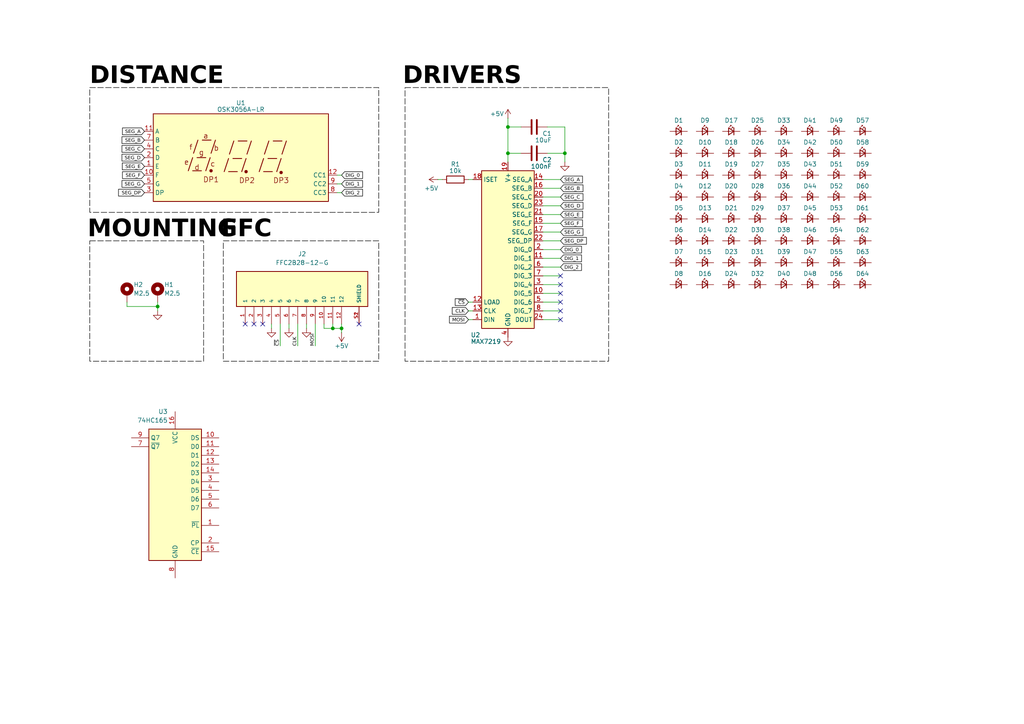
<source format=kicad_sch>
(kicad_sch (version 20250114) (generator "eeschema") (generator_version "9.0")
  (paper "A4")
  (lib_symbols
    (symbol "74xx:74HC165"
      (property "Reference" "U" (at -7.62 19.05 0))
      (property "Value" "74HC165" (at -7.62 -21.59 0))
      (symbol "74HC165_1_0"
        (pin input line (at -12.7 15.24 0) (length 5.08) (name "DS") (number "10"))
        (pin input line (at -12.7 12.7 0) (length 5.08) (name "D0") (number "11"))
        (pin input line (at -12.7 10.16 0) (length 5.08) (name "D1") (number "12"))
        (pin input line (at -12.7 7.62 0) (length 5.08) (name "D2") (number "13"))
        (pin input line (at -12.7 5.08 0) (length 5.08) (name "D3") (number "14"))
        (pin input line (at -12.7 2.54 0) (length 5.08) (name "D4") (number "3"))
        (pin input line (at -12.7 0 0) (length 5.08) (name "D5") (number "4"))
        (pin input line (at -12.7 -2.54 0) (length 5.08) (name "D6") (number "5"))
        (pin input line (at -12.7 -5.08 0) (length 5.08) (name "D7") (number "6"))
        (pin input line (at -12.7 -10.16 0) (length 5.08) (name "~{PL}") (number "1"))
        (pin input line (at -12.7 -15.24 0) (length 5.08) (name "CP") (number "2"))
        (pin input line (at -12.7 -17.78 0) (length 5.08) (name "~{CE}") (number "15"))
        (pin power_in line (at 0 22.86 270) (length 5.08) (name "VCC") (number "16"))
        (pin power_in line (at 0 -25.4 90) (length 5.08) (name "GND") (number "8"))
        (pin output line (at 12.7 15.24 180) (length 5.08) (name "Q7") (number "9"))
        (pin output line (at 12.7 12.7 180) (length 5.08) (name "~{Q7}") (number "7"))
      )
      (symbol "74HC165_1_1"
        (rectangle (start -7.62 17.78) (end 7.62 -20.32) (stroke (width 0.254)) (fill (type background)))
      )
    )
    (symbol "Device:C" (pin_numbers (hide yes)) (pin_names (offset 0.254))
      (property "Reference" "C" (at 0.635 2.54 0))
      (property "Value" "C" (at 0.635 -2.54 0))
      (symbol "C_0_1"
        (polyline (pts (xy -2.032 0.762) (xy 2.032 0.762)) (stroke (width 0.508)))
        (polyline (pts (xy -2.032 -0.762) (xy 2.032 -0.762)) (stroke (width 0.508)))
      )
      (symbol "C_1_1"
        (pin passive line (at 0 3.81 270) (length 2.794) (name "~") (number "1"))
        (pin passive line (at 0 -3.81 90) (length 2.794) (name "~") (number "2"))
      )
    )
    (symbol "Device:LED_Small" (pin_numbers (hide yes)) (pin_names (offset 0.254) (hide yes))
      (property "Reference" "D" (at -1.27 3.175 0))
      (property "Value" "LED_Small" (at -4.445 -2.54 0))
      (symbol "LED_Small_0_1"
        (polyline (pts (xy -0.762 -1.016) (xy -0.762 1.016)) (stroke (width 0.254)))
        (polyline (pts (xy 0 0.762) (xy -0.508 1.27) (xy -0.254 1.27) (xy -0.508 1.27) (xy -0.508 1.016)))
        (polyline (pts (xy 0.508 1.27) (xy 0 1.778) (xy 0.254 1.778) (xy 0 1.778) (xy 0 1.524)))
        (polyline (pts (xy 0.762 -1.016) (xy -0.762 0) (xy 0.762 1.016) (xy 0.762 -1.016)) (stroke (width 0.254)))
        (polyline (pts (xy 1.016 0) (xy -0.762 0)))
      )
      (symbol "LED_Small_1_1"
        (pin passive line (at -2.54 0 0) (length 1.778) (name "K") (number "1"))
        (pin passive line (at 2.54 0 180) (length 1.778) (name "A") (number "2"))
      )
    )
    (symbol "Device:R" (pin_numbers (hide yes)) (pin_names (offset 0))
      (property "Reference" "R" (at 2.032 0 90))
      (property "Value" "R" (at 0 0 90))
      (symbol "R_0_1"
        (rectangle (start -1.016 -2.54) (end 1.016 2.54) (stroke (width 0.254)))
      )
      (symbol "R_1_1"
        (pin passive line (at 0 3.81 270) (length 1.27) (name "~") (number "1"))
        (pin passive line (at 0 -3.81 90) (length 1.27) (name "~") (number "2"))
      )
    )
    (symbol "Driver_LED:MAX7219"
      (property "Reference" "U" (at -6.35 24.13 0))
      (property "Value" "MAX7219" (at 1.27 25.4 0))
      (symbol "MAX7219_0_1"
        (rectangle (start -7.62 22.86) (end 7.62 -22.86) (stroke (width 0.254)) (fill (type background)))
      )
      (symbol "MAX7219_1_1"
        (pin input line (at -10.16 20.32 0) (length 2.54) (name "ISET") (number "18"))
        (pin input line (at -10.16 -15.24 0) (length 2.54) (name "LOAD") (number "12"))
        (pin input line (at -10.16 -17.78 0) (length 2.54) (name "CLK") (number "13"))
        (pin input line (at -10.16 -20.32 0) (length 2.54) (name "DIN") (number "1"))
        (pin power_in line (at 0 25.4 270) (length 2.54) (name "V+") (number "19"))
        (pin power_in line (at 0 -25.4 90) (length 2.54) (name "GND") (number "4"))
        (pin passive line (at 0 -25.4 90) (length 2.54) (hide yes) (name "GND") (number "9"))
        (pin output line (at 10.16 20.32 180) (length 2.54) (name "SEG_A") (number "14"))
        (pin output line (at 10.16 17.78 180) (length 2.54) (name "SEG_B") (number "16"))
        (pin output line (at 10.16 15.24 180) (length 2.54) (name "SEG_C") (number "20"))
        (pin output line (at 10.16 12.7 180) (length 2.54) (name "SEG_D") (number "23"))
        (pin output line (at 10.16 10.16 180) (length 2.54) (name "SEG_E") (number "21"))
        (pin output line (at 10.16 7.62 180) (length 2.54) (name "SEG_F") (number "15"))
        (pin output line (at 10.16 5.08 180) (length 2.54) (name "SEG_G") (number "17"))
        (pin output line (at 10.16 2.54 180) (length 2.54) (name "SEG_DP") (number "22"))
        (pin output line (at 10.16 0 180) (length 2.54) (name "DIG_0") (number "2"))
        (pin output line (at 10.16 -2.54 180) (length 2.54) (name "DIG_1") (number "11"))
        (pin output line (at 10.16 -5.08 180) (length 2.54) (name "DIG_2") (number "6"))
        (pin output line (at 10.16 -7.62 180) (length 2.54) (name "DIG_3") (number "7"))
        (pin output line (at 10.16 -10.16 180) (length 2.54) (name "DIG_4") (number "3"))
        (pin output line (at 10.16 -12.7 180) (length 2.54) (name "DIG_5") (number "10"))
        (pin output line (at 10.16 -15.24 180) (length 2.54) (name "DIG_6") (number "5"))
        (pin output line (at 10.16 -17.78 180) (length 2.54) (name "DIG_7") (number "8"))
        (pin output line (at 10.16 -20.32 180) (length 2.54) (name "DOUT") (number "24"))
      )
    )
    (symbol "GND_1" (power) (pin_numbers (hide yes)) (pin_names (offset 0) (hide yes))
      (property "Value" "GND" (at 0 -3.81 0))
      (symbol "GND_1_0_1"
        (polyline (pts (xy 0 0) (xy 0 -1.27) (xy 1.27 -1.27) (xy 0 -2.54) (xy -1.27 -1.27) (xy 0 -1.27)))
      )
      (symbol "GND_1_1_1"
        (pin power_in line (at 0 0 270) (length 0) (name "~") (number "1"))
      )
    )
    (symbol "Mechanical:MountingHole_Pad" (pin_numbers (hide yes)) (pin_names (offset 1.016) (hide yes)) (exclude_from_sim yes) (in_bom no)
      (property "Reference" "H" (at 0 6.35 0))
      (property "Value" "MountingHole_Pad" (at 0 4.445 0))
      (symbol "MountingHole_Pad_0_1"
        (circle (center 0 1.27) (radius 1.27) (stroke (width 1.27)))
      )
      (symbol "MountingHole_Pad_1_1"
        (pin input line (at 0 -2.54 90) (length 2.54) (name "1") (number "1"))
      )
    )
    (symbol "gps-compass_sch:FFC2B28-12-G" (pin_names (offset 1.016))
      (property "Reference" "J" (at -5.08 18.542 0))
      (property "Value" "FFC2B28-12-G" (at -5.08 -22.86 0))
      (symbol "FFC2B28-12-G_0_0"
        (rectangle (start -5.08 -20.32) (end 5.08 17.78) (stroke (width 0.254)) (fill (type background)))
        (pin passive line (at -10.16 15.24 0) (length 5.08) (name "1") (number "1"))
        (pin passive line (at -10.16 12.7 0) (length 5.08) (name "2") (number "2"))
        (pin passive line (at -10.16 10.16 0) (length 5.08) (name "3") (number "3"))
        (pin passive line (at -10.16 7.62 0) (length 5.08) (name "4") (number "4"))
        (pin passive line (at -10.16 5.08 0) (length 5.08) (name "5") (number "5"))
        (pin passive line (at -10.16 2.54 0) (length 5.08) (name "6") (number "6"))
        (pin passive line (at -10.16 0 0) (length 5.08) (name "7") (number "7"))
        (pin passive line (at -10.16 -2.54 0) (length 5.08) (name "8") (number "8"))
        (pin passive line (at -10.16 -5.08 0) (length 5.08) (name "9") (number "9"))
        (pin passive line (at -10.16 -7.62 0) (length 5.08) (name "10") (number "10"))
        (pin passive line (at -10.16 -10.16 0) (length 5.08) (name "11") (number "11"))
        (pin passive line (at -10.16 -12.7 0) (length 5.08) (name "12") (number "12"))
        (pin passive line (at -10.16 -17.78 0) (length 5.08) (name "SHIELD") (number "S1"))
        (pin passive line (at -10.16 -17.78 0) (length 5.08) (name "SHIELD") (number "S2"))
      )
    )
    (symbol "gps-compass_sch:OSK3056A-LR"
      (property "Reference" "U" (at -24.13 13.97 0))
      (property "Value" "OSK3056A-LR" (at 16.51 13.97 0))
      (symbol "OSK3056A-LR_0_0"
        (rectangle (start -25.4 12.7) (end 25.4 -12.7) (stroke (width 0.254)) (fill (type background)))
        (polyline (pts (xy -15.24 -3.81) (xy -13.97 0)) (stroke (width 0.254)))
        (polyline (pts (xy -13.97 -3.81) (xy -11.43 -3.81)) (stroke (width 0.254)))
        (polyline (pts (xy -13.716 1.27) (xy -12.446 5.08)) (stroke (width 0.254)))
        (polyline (pts (xy -12.7 0) (xy -10.16 0)) (stroke (width 0.254)))
        (polyline (pts (xy -11.176 5.08) (xy -8.636 5.08)) (stroke (width 0.254)))
        (polyline (pts (xy -10.16 -3.81) (xy -8.89 0)) (stroke (width 0.254)))
        (polyline (pts (xy -8.636 1.27) (xy -7.366 5.08)) (stroke (width 0.254)))
        (polyline (pts (xy -4.826 -4.064) (xy -3.556 -0.254)) (stroke (width 0.254)))
        (polyline (pts (xy -3.556 -4.064) (xy -1.016 -4.064)) (stroke (width 0.254)))
        (polyline (pts (xy -3.302 1.016) (xy -2.032 4.826)) (stroke (width 0.254)))
        (polyline (pts (xy -2.286 -0.254) (xy 0.254 -0.254)) (stroke (width 0.254)))
        (polyline (pts (xy -0.762 4.826) (xy 1.778 4.826)) (stroke (width 0.254)))
        (polyline (pts (xy 0.254 -4.064) (xy 1.524 -0.254)) (stroke (width 0.254)))
        (polyline (pts (xy 1.778 1.016) (xy 3.048 4.826)) (stroke (width 0.254)))
        (polyline (pts (xy 5.334 -4.064) (xy 6.604 -0.254)) (stroke (width 0.254)))
        (polyline (pts (xy 6.604 -4.064) (xy 9.144 -4.064)) (stroke (width 0.254)))
        (polyline (pts (xy 6.858 1.016) (xy 8.128 4.826)) (stroke (width 0.254)))
        (polyline (pts (xy 7.874 -0.254) (xy 10.414 -0.254)) (stroke (width 0.254)))
        (polyline (pts (xy 9.398 4.826) (xy 11.938 4.826)) (stroke (width 0.254)))
        (polyline (pts (xy 10.414 -4.064) (xy 11.684 -0.254)) (stroke (width 0.254)))
        (polyline (pts (xy 11.938 1.016) (xy 13.208 4.826)) (stroke (width 0.254)))
        (text "e" (at -15.748 -1.27 0) (effects (font (size 1.524 1.524))))
        (text "f" (at -14.478 3.048 0) (effects (font (size 1.524 1.524))))
        (text "d" (at -12.7 -2.794 0) (effects (font (size 1.524 1.524))))
        (text "g" (at -11.43 1.524 0) (effects (font (size 1.524 1.524))))
        (text "a" (at -10.16 6.35 0) (effects (font (size 1.524 1.524))))
        (text "DP1" (at -8.636 -6.35 0) (effects (font (size 1.524 1.524))))
        (text "c" (at -8.128 -1.778 0) (effects (font (size 1.524 1.524))))
        (text "b" (at -7.112 2.794 0) (effects (font (size 1.524 1.524))))
        (text "DP2" (at 1.778 -6.604 0) (effects (font (size 1.524 1.524))))
        (text "DP3" (at 11.684 -6.604 0) (effects (font (size 1.524 1.524))))
      )
      (symbol "OSK3056A-LR_0_1"
        (circle (center -8.636 -3.81) (radius 0.3556) (stroke (width 0.254)) (fill (type outline)))
        (circle (center 1.524 -4.064) (radius 0.3556) (stroke (width 0.254)) (fill (type outline)))
      )
      (symbol "OSK3056A-LR_1_0"
        (circle (center 11.684 -4.318) (radius 0.3556) (stroke (width 0.254)) (fill (type outline)))
      )
      (symbol "OSK3056A-LR_1_1"
        (pin input line (at -27.94 7.62 0) (length 2.54) (name "A") (number "11"))
        (pin input line (at -27.94 5.08 0) (length 2.54) (name "B") (number "7"))
        (pin input line (at -27.94 2.54 0) (length 2.54) (name "C") (number "4"))
        (pin input line (at -27.94 0 0) (length 2.54) (name "D") (number "2"))
        (pin input line (at -27.94 -2.54 0) (length 2.54) (name "E") (number "1"))
        (pin input line (at -27.94 -5.08 0) (length 2.54) (name "F") (number "10"))
        (pin input line (at -27.94 -7.62 0) (length 2.54) (name "G") (number "5"))
        (pin input line (at -27.94 -10.16 0) (length 2.54) (name "DP") (number "3"))
        (pin input line (at 27.94 -5.08 180) (length 2.54) (name "CC1") (number "12"))
        (pin input line (at 27.94 -7.62 180) (length 2.54) (name "CC2") (number "9"))
        (pin input line (at 27.94 -10.16 180) (length 2.54) (name "CC3") (number "8"))
      )
    )
    (symbol "power:+5V" (power) (pin_numbers (hide yes)) (pin_names (offset 0) (hide yes))
      (property "Value" "+5V" (at 0 3.556 0))
      (symbol "+5V_0_1"
        (polyline (pts (xy -0.762 1.27) (xy 0 2.54)))
        (polyline (pts (xy 0 2.54) (xy 0.762 1.27)))
        (polyline (pts (xy 0 0) (xy 0 2.54)))
      )
      (symbol "+5V_1_1"
        (pin power_in line (at 0 0 90) (length 0) (name "~") (number "1"))
      )
    )
    (symbol "power:GND" (power) (pin_names (offset 0))
      (property "Value" "GND" (at 0 -3.81 0))
      (symbol "GND_0_1"
        (polyline (pts (xy 0 0) (xy 0 -1.27) (xy 1.27 -1.27) (xy 0 -2.54) (xy -1.27 -1.27) (xy 0 -1.27)))
      )
      (symbol "GND_1_1"
        (pin power_in line (at 0 0 270) (length 0) (hide yes) (name "GND") (number "1"))
      )
    )
  )
  (rectangle (start 26.035 69.85) (end 59.055 104.775) (stroke (width 0) (type dash) (color 0 0 0 1)))
  (rectangle (start 64.77 69.85) (end 109.855 104.775) (stroke (width 0) (type dash) (color 0 0 0 1)))
  (rectangle (start 26.035 25.4) (end 109.855 61.595) (stroke (width 0) (type dash) (color 0 0 0 1)))
  (rectangle (start 117.475 25.4) (end 176.53 104.775) (stroke (width 0) (type dash) (color 0 0 0 1)))
  (text "DRIVERS" (at 116.84 23.495 0) (effects (font (size 5 5) (thickness 1.2) (bold yes)) (justify left)))
  (text "MOUNTING" (at 25.4 67.945 0) (effects (font (size 5 5) (thickness 1.2) (bold yes)) (justify left)))
  (text "FFC" (at 64.135 67.945 0) (effects (font (size 5 5) (thickness 1.2) (bold yes)) (justify left)))
  (text "DISTANCE" (at 26.035 23.495 0) (effects (font (size 5 5) (thickness 1.2) (bold yes)) (justify left)))
  (junction (at 147.32 36.83))
  (junction (at 96.52 95.25))
  (junction (at 45.72 88.9))
  (junction (at 163.83 44.45))
  (junction (at 99.06 95.25))
  (junction (at 147.32 44.45))
  (no_connect (at 162.56 87.63))
  (no_connect (at 76.2 93.98))
  (no_connect (at 162.56 85.09))
  (no_connect (at 71.12 93.98))
  (no_connect (at 162.56 82.55))
  (no_connect (at 162.56 80.01))
  (no_connect (at 162.56 92.71))
  (no_connect (at 162.56 90.17))
  (no_connect (at 104.14 93.98))
  (no_connect (at 73.66 93.98))
  (wire (pts (xy 91.44 100.33) (xy 91.44 93.98)))
  (wire (pts (xy 93.98 95.25) (xy 93.98 93.98)))
  (wire (pts (xy 99.06 95.25) (xy 99.06 93.98)))
  (wire (pts (xy 162.56 67.31) (xy 157.48 67.31)))
  (wire (pts (xy 162.56 57.15) (xy 157.48 57.15)))
  (wire (pts (xy 157.48 90.17) (xy 162.56 90.17)))
  (wire (pts (xy 135.89 52.07) (xy 137.16 52.07)))
  (wire (pts (xy 157.48 69.85) (xy 162.56 69.85)))
  (wire (pts (xy 99.06 53.34) (xy 97.79 53.34)))
  (wire (pts (xy 99.06 55.88) (xy 97.79 55.88)))
  (wire (pts (xy 163.83 36.83) (xy 163.83 44.45)))
  (wire (pts (xy 86.36 100.33) (xy 86.36 93.98)))
  (wire (pts (xy 96.52 95.25) (xy 93.98 95.25)))
  (wire (pts (xy 162.56 62.23) (xy 157.48 62.23)))
  (wire (pts (xy 99.06 95.25) (xy 96.52 95.25)))
  (wire (pts (xy 162.56 85.09) (xy 157.48 85.09)))
  (wire (pts (xy 163.83 44.45) (xy 163.83 46.99)))
  (wire (pts (xy 147.32 36.83) (xy 147.32 44.45)))
  (wire (pts (xy 127 52.07) (xy 128.27 52.07)))
  (wire (pts (xy 158.75 36.83) (xy 163.83 36.83)))
  (wire (pts (xy 162.56 64.77) (xy 157.48 64.77)))
  (wire (pts (xy 158.75 44.45) (xy 163.83 44.45)))
  (wire (pts (xy 151.13 44.45) (xy 147.32 44.45)))
  (wire (pts (xy 162.56 54.61) (xy 157.48 54.61)))
  (wire (pts (xy 162.56 74.93) (xy 157.48 74.93)))
  (wire (pts (xy 88.9 93.98) (xy 88.9 95.25)))
  (wire (pts (xy 36.83 88.9) (xy 36.83 87.63)))
  (wire (pts (xy 162.56 82.55) (xy 157.48 82.55)))
  (wire (pts (xy 45.72 88.9) (xy 36.83 88.9)))
  (wire (pts (xy 162.56 52.07) (xy 157.48 52.07)))
  (wire (pts (xy 135.89 90.17) (xy 137.16 90.17)))
  (wire (pts (xy 81.28 100.33) (xy 81.28 93.98)))
  (wire (pts (xy 45.72 90.17) (xy 45.72 88.9)))
  (wire (pts (xy 162.56 59.69) (xy 157.48 59.69)))
  (wire (pts (xy 147.32 34.29) (xy 147.32 36.83)))
  (wire (pts (xy 162.56 80.01) (xy 157.48 80.01)))
  (wire (pts (xy 99.06 96.52) (xy 99.06 95.25)))
  (wire (pts (xy 162.56 72.39) (xy 157.48 72.39)))
  (wire (pts (xy 147.32 36.83) (xy 151.13 36.83)))
  (wire (pts (xy 162.56 87.63) (xy 157.48 87.63)))
  (wire (pts (xy 45.72 88.9) (xy 45.72 87.63)))
  (wire (pts (xy 135.89 87.63) (xy 137.16 87.63)))
  (wire (pts (xy 96.52 95.25) (xy 96.52 93.98)))
  (wire (pts (xy 99.06 50.8) (xy 97.79 50.8)))
  (wire (pts (xy 135.89 92.71) (xy 137.16 92.71)))
  (wire (pts (xy 147.32 44.45) (xy 147.32 46.99)))
  (wire (pts (xy 83.82 93.98) (xy 83.82 95.25)))
  (wire (pts (xy 162.56 77.47) (xy 157.48 77.47)))
  (wire (pts (xy 157.48 92.71) (xy 162.56 92.71)))
  (wire (pts (xy 78.74 93.98) (xy 78.74 95.25)))
  (label "~{CS}" (at 81.28 100.33 90) (effects (font (size 1 1))))
  (label "MOSI" (at 91.44 100.33 90) (effects (font (size 1 1))))
  (label "CLK" (at 86.36 100.33 90) (effects (font (size 1 1))))
  (global_label "DIG_2" (shape input) (at 99.06 55.88 0) (effects (font (size 1 1))) (property "Intersheetrefs" "${INTERSHEET_REFS}" (effects (hide yes))))
  (global_label "SEG_DP" (shape input) (at 162.56 69.85 0) (effects (font (size 1 1))) (property "Intersheetrefs" "${INTERSHEET_REFS}" (effects (hide yes))))
  (global_label "MOSI" (shape input) (at 135.89 92.71 180) (effects (font (size 1 1))) (property "Intersheetrefs" "${INTERSHEET_REFS}" (effects (hide yes))))
  (global_label "SEG_E" (shape input) (at 41.91 48.26 180) (effects (font (size 1 1))) (property "Intersheetrefs" "${INTERSHEET_REFS}" (effects (hide yes))))
  (global_label "SEG_A" (shape input) (at 41.91 38.1 180) (effects (font (size 1 1))) (property "Intersheetrefs" "${INTERSHEET_REFS}" (effects (hide yes))))
  (global_label "SEG_E" (shape input) (at 162.56 62.23 0) (effects (font (size 1 1))) (property "Intersheetrefs" "${INTERSHEET_REFS}" (effects (hide yes))))
  (global_label "SEG_G" (shape input) (at 162.56 67.31 0) (effects (font (size 1 1))) (property "Intersheetrefs" "${INTERSHEET_REFS}" (effects (hide yes))))
  (global_label "SEG_DP" (shape input) (at 41.91 55.88 180) (effects (font (size 1 1))) (property "Intersheetrefs" "${INTERSHEET_REFS}" (effects (hide yes))))
  (global_label "DIG_0" (shape input) (at 99.06 50.8 0) (effects (font (size 1 1))) (property "Intersheetrefs" "${INTERSHEET_REFS}" (effects (hide yes))))
  (global_label "SEG_G" (shape input) (at 41.91 53.34 180) (effects (font (size 1 1))) (property "Intersheetrefs" "${INTERSHEET_REFS}" (effects (hide yes))))
  (global_label "SEG_B" (shape input) (at 41.91 40.64 180) (effects (font (size 1 1))) (property "Intersheetrefs" "${INTERSHEET_REFS}" (effects (hide yes))))
  (global_label "DIG_0" (shape input) (at 162.56 72.39 0) (effects (font (size 1 1))) (property "Intersheetrefs" "${INTERSHEET_REFS}" (effects (hide yes))))
  (global_label "DIG_1" (shape input) (at 162.56 74.93 0) (effects (font (size 1 1))) (property "Intersheetrefs" "${INTERSHEET_REFS}" (effects (hide yes))))
  (global_label "SEG_D" (shape input) (at 41.91 45.72 180) (effects (font (size 1 1))) (property "Intersheetrefs" "${INTERSHEET_REFS}" (effects (hide yes))))
  (global_label "SEG_C" (shape input) (at 41.91 43.18 180) (effects (font (size 1 1))) (property "Intersheetrefs" "${INTERSHEET_REFS}" (effects (hide yes))))
  (global_label "SEG_F" (shape input) (at 162.56 64.77 0) (effects (font (size 1 1))) (property "Intersheetrefs" "${INTERSHEET_REFS}" (effects (hide yes))))
  (global_label "~{CS}" (shape input) (at 135.89 87.63 180) (effects (font (size 1 1))) (property "Intersheetrefs" "${INTERSHEET_REFS}" (effects (hide yes))))
  (global_label "SEG_D" (shape input) (at 162.56 59.69 0) (effects (font (size 1 1))) (property "Intersheetrefs" "${INTERSHEET_REFS}" (effects (hide yes))))
  (global_label "DIG_2" (shape input) (at 162.56 77.47 0) (effects (font (size 1 1))) (property "Intersheetrefs" "${INTERSHEET_REFS}" (effects (hide yes))))
  (global_label "SEG_F" (shape input) (at 41.91 50.8 180) (effects (font (size 1 1))) (property "Intersheetrefs" "${INTERSHEET_REFS}" (effects (hide yes))))
  (global_label "CLK" (shape input) (at 135.89 90.17 180) (effects (font (size 1 1))) (property "Intersheetrefs" "${INTERSHEET_REFS}" (effects (hide yes))))
  (global_label "DIG_1" (shape input) (at 99.06 53.34 0) (effects (font (size 1 1))) (property "Intersheetrefs" "${INTERSHEET_REFS}" (effects (hide yes))))
  (global_label "SEG_B" (shape input) (at 162.56 54.61 0) (effects (font (size 1 1))) (property "Intersheetrefs" "${INTERSHEET_REFS}" (effects (hide yes))))
  (global_label "SEG_A" (shape input) (at 162.56 52.07 0) (effects (font (size 1 1))) (property "Intersheetrefs" "${INTERSHEET_REFS}" (effects (hide yes))))
  (global_label "SEG_C" (shape input) (at 162.56 57.15 0) (effects (font (size 1 1))) (property "Intersheetrefs" "${INTERSHEET_REFS}" (effects (hide yes))))
  (symbol (lib_id "Device:LED_Small") (at 234.95 57.15 0) (mirror y) (unit 1)
    (property "Reference" "D44" (at 234.95 53.975 0))
    (property "Value" "LED_Small" (effects (hide yes)))
    (property "Footprint" "LED_SMD:LED_0603_1608Metric" (effects (hide yes)))
    (property "Description" "Light emitting diode, small symbol" (effects (hide yes)))
    (property "Sim.Pin" "1=K 2=A" (effects (hide yes)))
  )
  (symbol (lib_id "Device:LED_Small") (at 234.95 38.1 0) (mirror y) (unit 1)
    (property "Reference" "D41" (at 234.95 34.925 0))
    (property "Value" "LED_Small" (effects (hide yes)))
    (property "Footprint" "LED_SMD:LED_0603_1608Metric" (effects (hide yes)))
    (property "Description" "Light emitting diode, small symbol" (effects (hide yes)))
    (property "Sim.Pin" "1=K 2=A" (effects (hide yes)))
  )
  (symbol (lib_id "Device:LED_Small") (at 250.19 44.45 0) (mirror y) (unit 1)
    (property "Reference" "D58" (at 250.19 41.275 0))
    (property "Value" "LED_Small" (effects (hide yes)))
    (property "Footprint" "LED_SMD:LED_0603_1608Metric" (effects (hide yes)))
    (property "Description" "Light emitting diode, small symbol" (effects (hide yes)))
    (property "Sim.Pin" "1=K 2=A" (effects (hide yes)))
  )
  (symbol (lib_name "GND_1") (lib_id "power:GND") (at 163.83 46.99 0) (unit 1)
    (property "Reference" "#PWR07" (effects (hide yes)))
    (property "Value" "GND" (effects (hide yes)))
    (property "Description" "Power symbol creates a global label with name \"GND\" , ground" (effects (hide yes)))
  )
  (symbol (lib_id "Device:LED_Small") (at 196.85 69.85 0) (mirror y) (unit 1)
    (property "Reference" "D6" (at 196.85 66.675 0))
    (property "Value" "LED_Small" (effects (hide yes)))
    (property "Footprint" "LED_SMD:LED_0603_1608Metric" (effects (hide yes)))
    (property "Description" "Light emitting diode, small symbol" (effects (hide yes)))
    (property "Sim.Pin" "1=K 2=A" (effects (hide yes)))
  )
  (symbol (lib_id "Device:LED_Small") (at 250.19 69.85 0) (mirror y) (unit 1)
    (property "Reference" "D62" (at 250.19 66.675 0))
    (property "Value" "LED_Small" (effects (hide yes)))
    (property "Footprint" "LED_SMD:LED_0603_1608Metric" (effects (hide yes)))
    (property "Description" "Light emitting diode, small symbol" (effects (hide yes)))
    (property "Sim.Pin" "1=K 2=A" (effects (hide yes)))
  )
  (symbol (lib_id "Device:LED_Small") (at 204.47 82.55 0) (mirror y) (unit 1)
    (property "Reference" "D16" (at 204.47 79.375 0))
    (property "Value" "LED_Small" (effects (hide yes)))
    (property "Footprint" "LED_SMD:LED_0603_1608Metric" (effects (hide yes)))
    (property "Description" "Light emitting diode, small symbol" (effects (hide yes)))
    (property "Sim.Pin" "1=K 2=A" (effects (hide yes)))
  )
  (symbol (lib_id "Device:LED_Small") (at 227.33 38.1 0) (mirror y) (unit 1)
    (property "Reference" "D33" (at 227.33 34.925 0))
    (property "Value" "LED_Small" (effects (hide yes)))
    (property "Footprint" "LED_SMD:LED_0603_1608Metric" (effects (hide yes)))
    (property "Description" "Light emitting diode, small symbol" (effects (hide yes)))
    (property "Sim.Pin" "1=K 2=A" (effects (hide yes)))
  )
  (symbol (lib_id "Device:R") (at 132.08 52.07 90) (unit 1)
    (property "Reference" "R1" (at 132.08 47.625 90))
    (property "Value" "10k" (at 132.08 49.53 90))
    (property "Footprint" "Resistor_SMD:R_0805_2012Metric" (effects (hide yes)))
    (property "Description" "Resistor" (effects (hide yes)))
  )
  (symbol (lib_id "Device:LED_Small") (at 242.57 44.45 0) (mirror y) (unit 1)
    (property "Reference" "D50" (at 242.57 41.275 0))
    (property "Value" "LED_Small" (effects (hide yes)))
    (property "Footprint" "LED_SMD:LED_0603_1608Metric" (effects (hide yes)))
    (property "Description" "Light emitting diode, small symbol" (effects (hide yes)))
    (property "Sim.Pin" "1=K 2=A" (effects (hide yes)))
  )
  (symbol (lib_id "Device:LED_Small") (at 234.95 63.5 0) (mirror y) (unit 1)
    (property "Reference" "D45" (at 234.95 60.325 0))
    (property "Value" "LED_Small" (effects (hide yes)))
    (property "Footprint" "LED_SMD:LED_0603_1608Metric" (effects (hide yes)))
    (property "Description" "Light emitting diode, small symbol" (effects (hide yes)))
    (property "Sim.Pin" "1=K 2=A" (effects (hide yes)))
  )
  (symbol (lib_id "Device:LED_Small") (at 234.95 50.8 0) (mirror y) (unit 1)
    (property "Reference" "D43" (at 234.95 47.625 0))
    (property "Value" "LED_Small" (effects (hide yes)))
    (property "Footprint" "LED_SMD:LED_0603_1608Metric" (effects (hide yes)))
    (property "Description" "Light emitting diode, small symbol" (effects (hide yes)))
    (property "Sim.Pin" "1=K 2=A" (effects (hide yes)))
  )
  (symbol (lib_id "power:GND") (at 45.72 90.17 0) (unit 1)
    (property "Reference" "#PWR01" (effects (hide yes)))
    (property "Value" "GND" (effects (hide yes)))
  )
  (symbol (lib_id "Device:LED_Small") (at 242.57 82.55 0) (mirror y) (unit 1)
    (property "Reference" "D56" (at 242.57 79.375 0))
    (property "Value" "LED_Small" (effects (hide yes)))
    (property "Footprint" "LED_SMD:LED_0603_1608Metric" (effects (hide yes)))
    (property "Description" "Light emitting diode, small symbol" (effects (hide yes)))
    (property "Sim.Pin" "1=K 2=A" (effects (hide yes)))
  )
  (symbol (lib_id "Device:LED_Small") (at 227.33 76.2 0) (mirror y) (unit 1)
    (property "Reference" "D39" (at 227.33 73.025 0))
    (property "Value" "LED_Small" (effects (hide yes)))
    (property "Footprint" "LED_SMD:LED_0603_1608Metric" (effects (hide yes)))
    (property "Description" "Light emitting diode, small symbol" (effects (hide yes)))
    (property "Sim.Pin" "1=K 2=A" (effects (hide yes)))
  )
  (symbol (lib_id "Device:LED_Small") (at 212.09 69.85 0) (mirror y) (unit 1)
    (property "Reference" "D22" (at 212.09 66.675 0))
    (property "Value" "LED_Small" (effects (hide yes)))
    (property "Footprint" "LED_SMD:LED_0603_1608Metric" (effects (hide yes)))
    (property "Description" "Light emitting diode, small symbol" (effects (hide yes)))
    (property "Sim.Pin" "1=K 2=A" (effects (hide yes)))
  )
  (symbol (lib_id "Device:LED_Small") (at 234.95 44.45 0) (mirror y) (unit 1)
    (property "Reference" "D42" (at 234.95 41.275 0))
    (property "Value" "LED_Small" (effects (hide yes)))
    (property "Footprint" "LED_SMD:LED_0603_1608Metric" (effects (hide yes)))
    (property "Description" "Light emitting diode, small symbol" (effects (hide yes)))
    (property "Sim.Pin" "1=K 2=A" (effects (hide yes)))
  )
  (symbol (lib_id "Device:LED_Small") (at 219.71 76.2 0) (mirror y) (unit 1)
    (property "Reference" "D31" (at 219.71 73.025 0))
    (property "Value" "LED_Small" (effects (hide yes)))
    (property "Footprint" "LED_SMD:LED_0603_1608Metric" (effects (hide yes)))
    (property "Description" "Light emitting diode, small symbol" (effects (hide yes)))
    (property "Sim.Pin" "1=K 2=A" (effects (hide yes)))
  )
  (symbol (lib_id "Device:LED_Small") (at 196.85 38.1 0) (mirror y) (unit 1)
    (property "Reference" "D1" (at 196.85 34.925 0))
    (property "Value" "LED_Small" (effects (hide yes)))
    (property "Footprint" "LED_SMD:LED_0603_1608Metric" (effects (hide yes)))
    (property "Description" "Light emitting diode, small symbol" (effects (hide yes)))
    (property "Sim.Pin" "1=K 2=A" (effects (hide yes)))
  )
  (symbol (lib_id "Device:LED_Small") (at 212.09 76.2 0) (mirror y) (unit 1)
    (property "Reference" "D23" (at 212.09 73.025 0))
    (property "Value" "LED_Small" (effects (hide yes)))
    (property "Footprint" "LED_SMD:LED_0603_1608Metric" (effects (hide yes)))
    (property "Description" "Light emitting diode, small symbol" (effects (hide yes)))
    (property "Sim.Pin" "1=K 2=A" (effects (hide yes)))
  )
  (symbol (lib_id "Device:LED_Small") (at 234.95 76.2 0) (mirror y) (unit 1)
    (property "Reference" "D47" (at 234.95 73.025 0))
    (property "Value" "LED_Small" (effects (hide yes)))
    (property "Footprint" "LED_SMD:LED_0603_1608Metric" (effects (hide yes)))
    (property "Description" "Light emitting diode, small symbol" (effects (hide yes)))
    (property "Sim.Pin" "1=K 2=A" (effects (hide yes)))
  )
  (symbol (lib_id "Device:LED_Small") (at 196.85 44.45 0) (mirror y) (unit 1)
    (property "Reference" "D2" (at 196.85 41.275 0))
    (property "Value" "LED_Small" (effects (hide yes)))
    (property "Footprint" "LED_SMD:LED_0603_1608Metric" (effects (hide yes)))
    (property "Description" "Light emitting diode, small symbol" (effects (hide yes)))
    (property "Sim.Pin" "1=K 2=A" (effects (hide yes)))
  )
  (symbol (lib_id "Device:LED_Small") (at 234.95 82.55 0) (mirror y) (unit 1)
    (property "Reference" "D48" (at 234.95 79.375 0))
    (property "Value" "LED_Small" (effects (hide yes)))
    (property "Footprint" "LED_SMD:LED_0603_1608Metric" (effects (hide yes)))
    (property "Description" "Light emitting diode, small symbol" (effects (hide yes)))
    (property "Sim.Pin" "1=K 2=A" (effects (hide yes)))
  )
  (symbol (lib_id "Device:LED_Small") (at 227.33 57.15 0) (mirror y) (unit 1)
    (property "Reference" "D36" (at 227.33 53.975 0))
    (property "Value" "LED_Small" (effects (hide yes)))
    (property "Footprint" "LED_SMD:LED_0603_1608Metric" (effects (hide yes)))
    (property "Description" "Light emitting diode, small symbol" (effects (hide yes)))
    (property "Sim.Pin" "1=K 2=A" (effects (hide yes)))
  )
  (symbol (lib_id "Device:LED_Small") (at 250.19 57.15 0) (mirror y) (unit 1)
    (property "Reference" "D60" (at 250.19 53.975 0))
    (property "Value" "LED_Small" (effects (hide yes)))
    (property "Footprint" "LED_SMD:LED_0603_1608Metric" (effects (hide yes)))
    (property "Description" "Light emitting diode, small symbol" (effects (hide yes)))
    (property "Sim.Pin" "1=K 2=A" (effects (hide yes)))
  )
  (symbol (lib_id "Device:LED_Small") (at 204.47 63.5 0) (mirror y) (unit 1)
    (property "Reference" "D13" (at 204.47 60.325 0))
    (property "Value" "LED_Small" (effects (hide yes)))
    (property "Footprint" "LED_SMD:LED_0603_1608Metric" (effects (hide yes)))
    (property "Description" "Light emitting diode, small symbol" (effects (hide yes)))
    (property "Sim.Pin" "1=K 2=A" (effects (hide yes)))
  )
  (symbol (lib_id "Device:LED_Small") (at 250.19 82.55 0) (mirror y) (unit 1)
    (property "Reference" "D64" (at 250.19 79.375 0))
    (property "Value" "LED_Small" (effects (hide yes)))
    (property "Footprint" "LED_SMD:LED_0603_1608Metric" (effects (hide yes)))
    (property "Description" "Light emitting diode, small symbol" (effects (hide yes)))
    (property "Sim.Pin" "1=K 2=A" (effects (hide yes)))
  )
  (symbol (lib_id "Device:LED_Small") (at 196.85 57.15 0) (mirror y) (unit 1)
    (property "Reference" "D4" (at 196.85 53.975 0))
    (property "Value" "LED_Small" (effects (hide yes)))
    (property "Footprint" "LED_SMD:LED_0603_1608Metric" (effects (hide yes)))
    (property "Description" "Light emitting diode, small symbol" (effects (hide yes)))
    (property "Sim.Pin" "1=K 2=A" (effects (hide yes)))
  )
  (symbol (lib_id "gps-compass_sch:FFC2B28-12-G") (at 86.36 83.82 90) (unit 1)
    (property "Reference" "J2" (at 87.63 73.66 90))
    (property "Value" "FFC2B28-12-G" (at 87.63 76.2 90))
    (property "Footprint" "gps-compass_brd:GCT_FFC2B28-12-G" (effects (hide yes)))
    (property "Datasheet" "https://cz.mouser.com/ProductDetail/GCT/FFC2B28-12-G?qs=KUoIvG%2F9Ilb3Lmj8zxhxfA%3D%3D" (effects (hide yes)))
    (property "MF" "Global Connector Technology" (effects (hide yes)))
    (property "MAXIMUM_PACKAGE_HEIGHT" "1.75mm" (effects (hide yes)))
    (property "Package" "None" (effects (hide yes)))
    (property "Price" "None" (effects (hide yes)))
    (property "Check_prices" "https://www.snapeda.com/parts/FFC2B28-12-G/Global+Connector+Technology/view-part/?ref=eda" (effects (hide yes)))
    (property "STANDARD" "Manufacturer Recommendations" (effects (hide yes)))
    (property "PARTREV" "A" (effects (hide yes)))
    (property "SnapEDA_Link" "https://www.snapeda.com/parts/FFC2B28-12-G/Global+Connector+Technology/view-part/?ref=snap" (effects (hide yes)))
    (property "MP" "FFC2B28-12-G" (effects (hide yes)))
    (property "Description_1" "12 Position FFC, FPC Connector Contacts, Top and Bottom 0.020 (0.50mm) Surface Mount, Right Angle" (effects (hide yes)))
    (property "Availability" "In Stock" (effects (hide yes)))
    (property "MANUFACTURER" "GCT" (effects (hide yes)))
  )
  (symbol (lib_id "Device:LED_Small") (at 204.47 50.8 0) (mirror y) (unit 1)
    (property "Reference" "D11" (at 204.47 47.625 0))
    (property "Value" "LED_Small" (effects (hide yes)))
    (property "Footprint" "LED_SMD:LED_0603_1608Metric" (effects (hide yes)))
    (property "Description" "Light emitting diode, small symbol" (effects (hide yes)))
    (property "Sim.Pin" "1=K 2=A" (effects (hide yes)))
  )
  (symbol (lib_id "Device:LED_Small") (at 219.71 82.55 0) (mirror y) (unit 1)
    (property "Reference" "D32" (at 219.71 79.375 0))
    (property "Value" "LED_Small" (effects (hide yes)))
    (property "Footprint" "LED_SMD:LED_0603_1608Metric" (effects (hide yes)))
    (property "Description" "Light emitting diode, small symbol" (effects (hide yes)))
    (property "Sim.Pin" "1=K 2=A" (effects (hide yes)))
  )
  (symbol (lib_id "Device:LED_Small") (at 242.57 69.85 0) (mirror y) (unit 1)
    (property "Reference" "D54" (at 242.57 66.675 0))
    (property "Value" "LED_Small" (effects (hide yes)))
    (property "Footprint" "LED_SMD:LED_0603_1608Metric" (effects (hide yes)))
    (property "Description" "Light emitting diode, small symbol" (effects (hide yes)))
    (property "Sim.Pin" "1=K 2=A" (effects (hide yes)))
  )
  (symbol (lib_id "Device:LED_Small") (at 227.33 44.45 0) (mirror y) (unit 1)
    (property "Reference" "D34" (at 227.33 41.275 0))
    (property "Value" "LED_Small" (effects (hide yes)))
    (property "Footprint" "LED_SMD:LED_0603_1608Metric" (effects (hide yes)))
    (property "Description" "Light emitting diode, small symbol" (effects (hide yes)))
    (property "Sim.Pin" "1=K 2=A" (effects (hide yes)))
  )
  (symbol (lib_id "Device:LED_Small") (at 227.33 69.85 0) (mirror y) (unit 1)
    (property "Reference" "D38" (at 227.33 66.675 0))
    (property "Value" "LED_Small" (effects (hide yes)))
    (property "Footprint" "LED_SMD:LED_0603_1608Metric" (effects (hide yes)))
    (property "Description" "Light emitting diode, small symbol" (effects (hide yes)))
    (property "Sim.Pin" "1=K 2=A" (effects (hide yes)))
  )
  (symbol (lib_id "power:GND") (at 83.82 95.25 0) (mirror y) (unit 1)
    (property "Reference" "#PWR08" (effects (hide yes)))
    (property "Value" "GND" (effects (hide yes)))
  )
  (symbol (lib_id "Device:LED_Small") (at 196.85 63.5 0) (mirror y) (unit 1)
    (property "Reference" "D5" (at 196.85 60.325 0))
    (property "Value" "LED_Small" (effects (hide yes)))
    (property "Footprint" "LED_SMD:LED_0603_1608Metric" (effects (hide yes)))
    (property "Description" "Light emitting diode, small symbol" (effects (hide yes)))
    (property "Sim.Pin" "1=K 2=A" (effects (hide yes)))
  )
  (symbol (lib_id "Driver_LED:MAX7219") (at 147.32 72.39 0) (unit 1)
    (property "Reference" "U2" (at 136.525 97.155 0) (effects (justify left)))
    (property "Value" "MAX7219" (at 136.525 99.06 0) (effects (justify left)))
    (property "Footprint" "Package_SO:SOP-24_7.5x15.4mm_P1.27mm" (effects (hide yes)))
    (property "Datasheet" "https://datasheets.maximintegrated.com/en/ds/MAX7219-MAX7221.pdf" (effects (hide yes)))
    (property "Description" "8-Digit LED Display Driver" (effects (hide yes)))
  )
  (symbol (lib_id "Device:LED_Small") (at 227.33 82.55 0) (mirror y) (unit 1)
    (property "Reference" "D40" (at 227.33 79.375 0))
    (property "Value" "LED_Small" (effects (hide yes)))
    (property "Footprint" "LED_SMD:LED_0603_1608Metric" (effects (hide yes)))
    (property "Description" "Light emitting diode, small symbol" (effects (hide yes)))
    (property "Sim.Pin" "1=K 2=A" (effects (hide yes)))
  )
  (symbol (lib_id "Device:LED_Small") (at 250.19 50.8 0) (mirror y) (unit 1)
    (property "Reference" "D59" (at 250.19 47.625 0))
    (property "Value" "LED_Small" (effects (hide yes)))
    (property "Footprint" "LED_SMD:LED_0603_1608Metric" (effects (hide yes)))
    (property "Description" "Light emitting diode, small symbol" (effects (hide yes)))
    (property "Sim.Pin" "1=K 2=A" (effects (hide yes)))
  )
  (symbol (lib_id "power:+5V") (at 147.32 34.29 0) (unit 1)
    (property "Reference" "#PWR05" (effects (hide yes)))
    (property "Value" "+5V" (at 144.145 33.02 0))
    (property "Description" "Power symbol creates a global label with name \"+5V\"" (effects (hide yes)))
  )
  (symbol (lib_id "Device:LED_Small") (at 204.47 76.2 0) (mirror y) (unit 1)
    (property "Reference" "D15" (at 204.47 73.025 0))
    (property "Value" "LED_Small" (effects (hide yes)))
    (property "Footprint" "LED_SMD:LED_0603_1608Metric" (effects (hide yes)))
    (property "Description" "Light emitting diode, small symbol" (effects (hide yes)))
    (property "Sim.Pin" "1=K 2=A" (effects (hide yes)))
  )
  (symbol (lib_id "Device:LED_Small") (at 219.71 69.85 0) (mirror y) (unit 1)
    (property "Reference" "D30" (at 219.71 66.675 0))
    (property "Value" "LED_Small" (effects (hide yes)))
    (property "Footprint" "LED_SMD:LED_0603_1608Metric" (effects (hide yes)))
    (property "Description" "Light emitting diode, small symbol" (effects (hide yes)))
    (property "Sim.Pin" "1=K 2=A" (effects (hide yes)))
  )
  (symbol (lib_id "Device:C") (at 154.94 36.83 90) (mirror x) (unit 1)
    (property "Reference" "C1" (at 160.02 38.735 90) (effects (justify left)))
    (property "Value" "10uF" (at 160.02 40.64 90) (effects (justify left)))
    (property "Footprint" "Capacitor_SMD:C_0805_2012Metric" (effects (hide yes)))
  )
  (symbol (lib_id "Device:C") (at 154.94 44.45 90) (mirror x) (unit 1)
    (property "Reference" "C2" (at 160.02 46.355 90) (effects (justify left)))
    (property "Value" "100nF" (at 160.02 48.26 90) (effects (justify left)))
    (property "Footprint" "Capacitor_SMD:C_0805_2012Metric" (effects (hide yes)))
  )
  (symbol (lib_id "Device:LED_Small") (at 227.33 50.8 0) (mirror y) (unit 1)
    (property "Reference" "D35" (at 227.33 47.625 0))
    (property "Value" "LED_Small" (effects (hide yes)))
    (property "Footprint" "LED_SMD:LED_0603_1608Metric" (effects (hide yes)))
    (property "Description" "Light emitting diode, small symbol" (effects (hide yes)))
    (property "Sim.Pin" "1=K 2=A" (effects (hide yes)))
  )
  (symbol (lib_id "Device:LED_Small") (at 204.47 69.85 0) (mirror y) (unit 1)
    (property "Reference" "D14" (at 204.47 66.675 0))
    (property "Value" "LED_Small" (effects (hide yes)))
    (property "Footprint" "LED_SMD:LED_0603_1608Metric" (effects (hide yes)))
    (property "Description" "Light emitting diode, small symbol" (effects (hide yes)))
    (property "Sim.Pin" "1=K 2=A" (effects (hide yes)))
  )
  (symbol (lib_id "Device:LED_Small") (at 250.19 63.5 0) (mirror y) (unit 1)
    (property "Reference" "D61" (at 250.19 60.325 0))
    (property "Value" "LED_Small" (effects (hide yes)))
    (property "Footprint" "LED_SMD:LED_0603_1608Metric" (effects (hide yes)))
    (property "Description" "Light emitting diode, small symbol" (effects (hide yes)))
    (property "Sim.Pin" "1=K 2=A" (effects (hide yes)))
  )
  (symbol (lib_id "Device:LED_Small") (at 219.71 50.8 0) (mirror y) (unit 1)
    (property "Reference" "D27" (at 219.71 47.625 0))
    (property "Value" "LED_Small" (effects (hide yes)))
    (property "Footprint" "LED_SMD:LED_0603_1608Metric" (effects (hide yes)))
    (property "Description" "Light emitting diode, small symbol" (effects (hide yes)))
    (property "Sim.Pin" "1=K 2=A" (effects (hide yes)))
  )
  (symbol (lib_id "Device:LED_Small") (at 212.09 44.45 0) (mirror y) (unit 1)
    (property "Reference" "D18" (at 212.09 41.275 0))
    (property "Value" "LED_Small" (effects (hide yes)))
    (property "Footprint" "LED_SMD:LED_0603_1608Metric" (effects (hide yes)))
    (property "Description" "Light emitting diode, small symbol" (effects (hide yes)))
    (property "Sim.Pin" "1=K 2=A" (effects (hide yes)))
  )
  (symbol (lib_id "Mechanical:MountingHole_Pad") (at 36.83 85.09 0) (unit 1) (in_bom no)
    (property "Reference" "H2" (at 38.735 82.55 0) (effects (justify left)))
    (property "Value" "M2.5" (at 38.735 85.09 0) (effects (justify left)))
    (property "Footprint" "MountingHole:MountingHole_2.7mm_M2.5_Pad_Via" (effects (hide yes)))
    (property "Description" "Mounting Hole with connection" (effects (hide yes)))
  )
  (symbol (lib_id "Device:LED_Small") (at 204.47 44.45 0) (mirror y) (unit 1)
    (property "Reference" "D10" (at 204.47 41.275 0))
    (property "Value" "LED_Small" (effects (hide yes)))
    (property "Footprint" "LED_SMD:LED_0603_1608Metric" (effects (hide yes)))
    (property "Description" "Light emitting diode, small symbol" (effects (hide yes)))
    (property "Sim.Pin" "1=K 2=A" (effects (hide yes)))
  )
  (symbol (lib_id "Device:LED_Small") (at 196.85 76.2 0) (mirror y) (unit 1)
    (property "Reference" "D7" (at 196.85 73.025 0))
    (property "Value" "LED_Small" (effects (hide yes)))
    (property "Footprint" "LED_SMD:LED_0603_1608Metric" (effects (hide yes)))
    (property "Description" "Light emitting diode, small symbol" (effects (hide yes)))
    (property "Sim.Pin" "1=K 2=A" (effects (hide yes)))
  )
  (symbol (lib_id "Device:LED_Small") (at 212.09 57.15 0) (mirror y) (unit 1)
    (property "Reference" "D20" (at 212.09 53.975 0))
    (property "Value" "LED_Small" (effects (hide yes)))
    (property "Footprint" "LED_SMD:LED_0603_1608Metric" (effects (hide yes)))
    (property "Description" "Light emitting diode, small symbol" (effects (hide yes)))
    (property "Sim.Pin" "1=K 2=A" (effects (hide yes)))
  )
  (symbol (lib_id "Device:LED_Small") (at 234.95 69.85 0) (mirror y) (unit 1)
    (property "Reference" "D46" (at 234.95 66.675 0))
    (property "Value" "LED_Small" (effects (hide yes)))
    (property "Footprint" "LED_SMD:LED_0603_1608Metric" (effects (hide yes)))
    (property "Description" "Light emitting diode, small symbol" (effects (hide yes)))
    (property "Sim.Pin" "1=K 2=A" (effects (hide yes)))
  )
  (symbol (lib_id "Device:LED_Small") (at 219.71 57.15 0) (mirror y) (unit 1)
    (property "Reference" "D28" (at 219.71 53.975 0))
    (property "Value" "LED_Small" (effects (hide yes)))
    (property "Footprint" "LED_SMD:LED_0603_1608Metric" (effects (hide yes)))
    (property "Description" "Light emitting diode, small symbol" (effects (hide yes)))
    (property "Sim.Pin" "1=K 2=A" (effects (hide yes)))
  )
  (symbol (lib_id "Device:LED_Small") (at 242.57 76.2 0) (mirror y) (unit 1)
    (property "Reference" "D55" (at 242.57 73.025 0))
    (property "Value" "LED_Small" (effects (hide yes)))
    (property "Footprint" "LED_SMD:LED_0603_1608Metric" (effects (hide yes)))
    (property "Description" "Light emitting diode, small symbol" (effects (hide yes)))
    (property "Sim.Pin" "1=K 2=A" (effects (hide yes)))
  )
  (symbol (lib_id "Device:LED_Small") (at 219.71 38.1 0) (mirror y) (unit 1)
    (property "Reference" "D25" (at 219.71 34.925 0))
    (property "Value" "LED_Small" (effects (hide yes)))
    (property "Footprint" "LED_SMD:LED_0603_1608Metric" (effects (hide yes)))
    (property "Description" "Light emitting diode, small symbol" (effects (hide yes)))
    (property "Sim.Pin" "1=K 2=A" (effects (hide yes)))
  )
  (symbol (lib_id "Device:LED_Small") (at 212.09 50.8 0) (mirror y) (unit 1)
    (property "Reference" "D19" (at 212.09 47.625 0))
    (property "Value" "LED_Small" (effects (hide yes)))
    (property "Footprint" "LED_SMD:LED_0603_1608Metric" (effects (hide yes)))
    (property "Description" "Light emitting diode, small symbol" (effects (hide yes)))
    (property "Sim.Pin" "1=K 2=A" (effects (hide yes)))
  )
  (symbol (lib_id "power:GND") (at 88.9 95.25 0) (mirror y) (unit 1)
    (property "Reference" "#PWR09" (effects (hide yes)))
    (property "Value" "GND" (effects (hide yes)))
  )
  (symbol (lib_id "power:+5V") (at 99.06 96.52 180) (unit 1)
    (property "Reference" "#PWR03" (effects (hide yes)))
    (property "Value" "+5V" (at 99.06 100.33 0))
    (property "Description" "Power symbol creates a global label with name \"+5V\"" (effects (hide yes)))
  )
  (symbol (lib_id "Device:LED_Small") (at 219.71 63.5 0) (mirror y) (unit 1)
    (property "Reference" "D29" (at 219.71 60.325 0))
    (property "Value" "LED_Small" (effects (hide yes)))
    (property "Footprint" "LED_SMD:LED_0603_1608Metric" (effects (hide yes)))
    (property "Description" "Light emitting diode, small symbol" (effects (hide yes)))
    (property "Sim.Pin" "1=K 2=A" (effects (hide yes)))
  )
  (symbol (lib_id "gps-compass_sch:OSK3056A-LR") (at 69.85 45.72 0) (unit 1)
    (property "Reference" "U1" (at 69.85 29.845 0))
    (property "Value" "OSK3056A-LR" (at 69.85 31.75 0))
    (property "Footprint" "gps-compass_brd:OSK3056A-LR" (effects (hide yes)))
    (property "Datasheet" "https://www.tme.eu/cz/en/details/osk3056a-lr/7-segment-led-displays/optosupply" (effects (hide yes)))
    (property "Description" "3 digit 7 segment red LED, common cathode, symbol custom made by bismarx" (effects (hide yes)))
    (property "Made by" "bismarx" (effects (hide yes)))
  )
  (symbol (lib_id "Device:LED_Small") (at 204.47 38.1 0) (mirror y) (unit 1)
    (property "Reference" "D9" (at 204.47 34.925 0))
    (property "Value" "LED_Small" (effects (hide yes)))
    (property "Footprint" "LED_SMD:LED_0603_1608Metric" (effects (hide yes)))
    (property "Description" "Light emitting diode, small symbol" (effects (hide yes)))
    (property "Sim.Pin" "1=K 2=A" (effects (hide yes)))
  )
  (symbol (lib_id "power:+5V") (at 127 52.07 90) (unit 1)
    (property "Reference" "#PWR04" (effects (hide yes)))
    (property "Value" "+5V" (at 125.095 54.61 90))
    (property "Description" "Power symbol creates a global label with name \"+5V\"" (effects (hide yes)))
  )
  (symbol (lib_id "Device:LED_Small") (at 196.85 82.55 0) (mirror y) (unit 1)
    (property "Reference" "D8" (at 196.85 79.375 0))
    (property "Value" "LED_Small" (effects (hide yes)))
    (property "Footprint" "LED_SMD:LED_0603_1608Metric" (effects (hide yes)))
    (property "Description" "Light emitting diode, small symbol" (effects (hide yes)))
    (property "Sim.Pin" "1=K 2=A" (effects (hide yes)))
  )
  (symbol (lib_id "Device:LED_Small") (at 212.09 63.5 0) (mirror y) (unit 1)
    (property "Reference" "D21" (at 212.09 60.325 0))
    (property "Value" "LED_Small" (effects (hide yes)))
    (property "Footprint" "LED_SMD:LED_0603_1608Metric" (effects (hide yes)))
    (property "Description" "Light emitting diode, small symbol" (effects (hide yes)))
    (property "Sim.Pin" "1=K 2=A" (effects (hide yes)))
  )
  (symbol (lib_id "Device:LED_Small") (at 242.57 38.1 0) (mirror y) (unit 1)
    (property "Reference" "D49" (at 242.57 34.925 0))
    (property "Value" "LED_Small" (effects (hide yes)))
    (property "Footprint" "LED_SMD:LED_0603_1608Metric" (effects (hide yes)))
    (property "Description" "Light emitting diode, small symbol" (effects (hide yes)))
    (property "Sim.Pin" "1=K 2=A" (effects (hide yes)))
  )
  (symbol (lib_id "Device:LED_Small") (at 227.33 63.5 0) (mirror y) (unit 1)
    (property "Reference" "D37" (at 227.33 60.325 0))
    (property "Value" "LED_Small" (effects (hide yes)))
    (property "Footprint" "LED_SMD:LED_0603_1608Metric" (effects (hide yes)))
    (property "Description" "Light emitting diode, small symbol" (effects (hide yes)))
    (property "Sim.Pin" "1=K 2=A" (effects (hide yes)))
  )
  (symbol (lib_id "power:GND") (at 147.32 97.79 0) (unit 1)
    (property "Reference" "#PWR06" (effects (hide yes)))
    (property "Value" "GND" (effects (hide yes)))
  )
  (symbol (lib_id "Device:LED_Small") (at 242.57 63.5 0) (mirror y) (unit 1)
    (property "Reference" "D53" (at 242.57 60.325 0))
    (property "Value" "LED_Small" (effects (hide yes)))
    (property "Footprint" "LED_SMD:LED_0603_1608Metric" (effects (hide yes)))
    (property "Description" "Light emitting diode, small symbol" (effects (hide yes)))
    (property "Sim.Pin" "1=K 2=A" (effects (hide yes)))
  )
  (symbol (lib_id "Device:LED_Small") (at 212.09 82.55 0) (mirror y) (unit 1)
    (property "Reference" "D24" (at 212.09 79.375 0))
    (property "Value" "LED_Small" (effects (hide yes)))
    (property "Footprint" "LED_SMD:LED_0603_1608Metric" (effects (hide yes)))
    (property "Description" "Light emitting diode, small symbol" (effects (hide yes)))
    (property "Sim.Pin" "1=K 2=A" (effects (hide yes)))
  )
  (symbol (lib_id "Device:LED_Small") (at 250.19 76.2 0) (mirror y) (unit 1)
    (property "Reference" "D63" (at 250.19 73.025 0))
    (property "Value" "LED_Small" (effects (hide yes)))
    (property "Footprint" "LED_SMD:LED_0603_1608Metric" (effects (hide yes)))
    (property "Description" "Light emitting diode, small symbol" (effects (hide yes)))
    (property "Sim.Pin" "1=K 2=A" (effects (hide yes)))
  )
  (symbol (lib_id "Device:LED_Small") (at 250.19 38.1 0) (mirror y) (unit 1)
    (property "Reference" "D57" (at 250.19 34.925 0))
    (property "Value" "LED_Small" (effects (hide yes)))
    (property "Footprint" "LED_SMD:LED_0603_1608Metric" (effects (hide yes)))
    (property "Description" "Light emitting diode, small symbol" (effects (hide yes)))
    (property "Sim.Pin" "1=K 2=A" (effects (hide yes)))
  )
  (symbol (lib_id "Device:LED_Small") (at 242.57 50.8 0) (mirror y) (unit 1)
    (property "Reference" "D51" (at 242.57 47.625 0))
    (property "Value" "LED_Small" (effects (hide yes)))
    (property "Footprint" "LED_SMD:LED_0603_1608Metric" (effects (hide yes)))
    (property "Description" "Light emitting diode, small symbol" (effects (hide yes)))
    (property "Sim.Pin" "1=K 2=A" (effects (hide yes)))
  )
  (symbol (lib_id "Mechanical:MountingHole_Pad") (at 45.72 85.09 0) (unit 1) (in_bom no)
    (property "Reference" "H1" (at 47.625 82.55 0) (effects (justify left)))
    (property "Value" "M2.5" (at 47.625 85.09 0) (effects (justify left)))
    (property "Footprint" "MountingHole:MountingHole_2.7mm_M2.5_Pad_Via" (effects (hide yes)))
    (property "Description" "Mounting Hole with connection" (effects (hide yes)))
  )
  (symbol (lib_id "Device:LED_Small") (at 196.85 50.8 0) (mirror y) (unit 1)
    (property "Reference" "D3" (at 196.85 47.625 0))
    (property "Value" "LED_Small" (effects (hide yes)))
    (property "Footprint" "LED_SMD:LED_0603_1608Metric" (effects (hide yes)))
    (property "Description" "Light emitting diode, small symbol" (effects (hide yes)))
    (property "Sim.Pin" "1=K 2=A" (effects (hide yes)))
  )
  (symbol (lib_id "Device:LED_Small") (at 204.47 57.15 0) (mirror y) (unit 1)
    (property "Reference" "D12" (at 204.47 53.975 0))
    (property "Value" "LED_Small" (effects (hide yes)))
    (property "Footprint" "LED_SMD:LED_0603_1608Metric" (effects (hide yes)))
    (property "Description" "Light emitting diode, small symbol" (effects (hide yes)))
    (property "Sim.Pin" "1=K 2=A" (effects (hide yes)))
  )
  (symbol (lib_id "Device:LED_Small") (at 219.71 44.45 0) (mirror y) (unit 1)
    (property "Reference" "D26" (at 219.71 41.275 0))
    (property "Value" "LED_Small" (effects (hide yes)))
    (property "Footprint" "LED_SMD:LED_0603_1608Metric" (effects (hide yes)))
    (property "Description" "Light emitting diode, small symbol" (effects (hide yes)))
    (property "Sim.Pin" "1=K 2=A" (effects (hide yes)))
  )
  (symbol (lib_id "Device:LED_Small") (at 242.57 57.15 0) (mirror y) (unit 1)
    (property "Reference" "D52" (at 242.57 53.975 0))
    (property "Value" "LED_Small" (effects (hide yes)))
    (property "Footprint" "LED_SMD:LED_0603_1608Metric" (effects (hide yes)))
    (property "Description" "Light emitting diode, small symbol" (effects (hide yes)))
    (property "Sim.Pin" "1=K 2=A" (effects (hide yes)))
  )
  (symbol (lib_id "Device:LED_Small") (at 212.09 38.1 0) (mirror y) (unit 1)
    (property "Reference" "D17" (at 212.09 34.925 0))
    (property "Value" "LED_Small" (effects (hide yes)))
    (property "Footprint" "LED_SMD:LED_0603_1608Metric" (effects (hide yes)))
    (property "Description" "Light emitting diode, small symbol" (effects (hide yes)))
    (property "Sim.Pin" "1=K 2=A" (effects (hide yes)))
  )
  (symbol (lib_id "power:GND") (at 78.74 95.25 0) (mirror y) (unit 1)
    (property "Reference" "#PWR02" (effects (hide yes)))
    (property "Value" "GND" (effects (hide yes)))
  )
  (symbol (lib_id "74xx:74HC165") (at 50.8 142.24 0) (mirror y) (unit 1)
    (property "Reference" "U3" (at 48.6567 119.38 0) (effects (justify left)))
    (property "Value" "74HC165" (at 48.6567 121.92 0) (effects (justify left)))
    (property "Datasheet" "https://assets.nexperia.com/documents/data-sheet/74HC_HCT165.pdf" (effects (hide yes)))
    (property "Description" "Shift Register, 8-bit, Parallel Load" (effects (hide yes)))
  )
)
</source>
